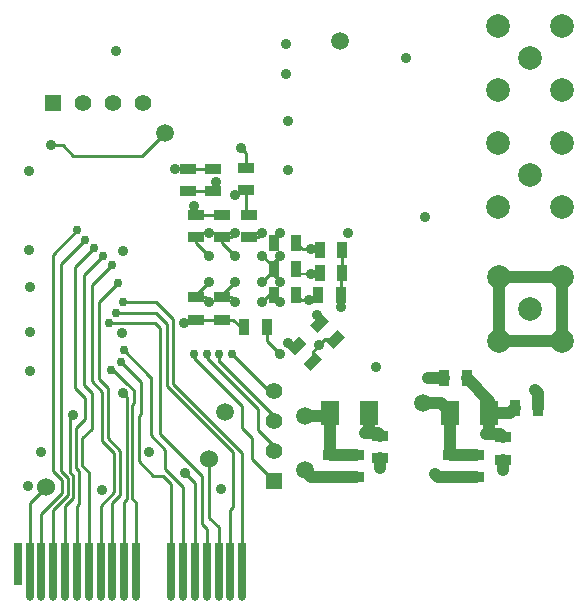
<source format=gbl>
%FSLAX34Y34*%
G04 Gerber Fmt 3.4, Leading zero omitted, Abs format*
G04 (created by PCBNEW (2014-01-02 BZR 4600)-product) date Sun 26 Jan 2014 10:04:54 PM PST*
%MOIN*%
G01*
G70*
G90*
G04 APERTURE LIST*
%ADD10C,0.005906*%
%ADD11R,0.025600X0.141700*%
%ADD12R,0.025600X0.181100*%
%ADD13O,0.025600X0.025600*%
%ADD14R,0.035000X0.055000*%
%ADD15R,0.055000X0.035000*%
%ADD16R,0.060000X0.080000*%
%ADD17R,0.055000X0.055000*%
%ADD18C,0.055000*%
%ADD19C,0.059100*%
%ADD20C,0.060000*%
%ADD21C,0.078700*%
%ADD22C,0.035000*%
%ADD23C,0.029528*%
%ADD24C,0.039370*%
%ADD25C,0.007874*%
%ADD26C,0.009843*%
%ADD27C,0.010000*%
G04 APERTURE END LIST*
G54D10*
G54D11*
X275Y-18582D03*
G54D12*
X669Y-18779D03*
X1062Y-18779D03*
X1456Y-18779D03*
X1850Y-18779D03*
X2243Y-18779D03*
X2637Y-18779D03*
X3031Y-18779D03*
X3424Y-18779D03*
X3818Y-18779D03*
X4212Y-18779D03*
X6180Y-18779D03*
X6574Y-18779D03*
X6968Y-18779D03*
X7361Y-18779D03*
X7755Y-18779D03*
X5393Y-18779D03*
X5787Y-18779D03*
G54D13*
X1456Y-19685D03*
X1850Y-19685D03*
X2243Y-19685D03*
X2637Y-19685D03*
X3031Y-19685D03*
X3424Y-19685D03*
X3818Y-19685D03*
X6180Y-19685D03*
X6574Y-19685D03*
X1062Y-19685D03*
X5787Y-19685D03*
X6968Y-19685D03*
X4212Y-19685D03*
X5393Y-19685D03*
X7361Y-19685D03*
X7755Y-19685D03*
X669Y-19685D03*
G54D14*
X10294Y-9586D03*
X11044Y-9586D03*
G54D15*
X7992Y-6928D03*
X7992Y-7678D03*
X6220Y-6928D03*
X6220Y-7678D03*
X6220Y-10434D03*
X6220Y-9684D03*
G54D14*
X9548Y-9586D03*
X8798Y-9586D03*
G54D15*
X7874Y-6103D03*
X7874Y-5353D03*
X5944Y-6142D03*
X5944Y-5392D03*
X7086Y-10434D03*
X7086Y-9684D03*
G54D14*
X9548Y-8720D03*
X8798Y-8720D03*
X9548Y-7854D03*
X8798Y-7854D03*
G54D15*
X7086Y-6928D03*
X7086Y-7678D03*
G54D14*
X10333Y-8858D03*
X11083Y-8858D03*
X10333Y-8090D03*
X11083Y-8090D03*
G54D15*
X6771Y-6142D03*
X6771Y-5392D03*
X14704Y-15670D03*
X14704Y-14920D03*
X10708Y-15670D03*
X10708Y-14920D03*
X15551Y-15670D03*
X15551Y-14920D03*
X11535Y-15670D03*
X11535Y-14920D03*
G54D16*
X15984Y-13523D03*
X14684Y-13523D03*
X11988Y-13523D03*
X10688Y-13523D03*
G54D10*
G36*
X10007Y-10612D02*
X10396Y-10223D01*
X10643Y-10471D01*
X10254Y-10860D01*
X10007Y-10612D01*
X10007Y-10612D01*
G37*
G36*
X10537Y-11142D02*
X10926Y-10754D01*
X11173Y-11001D01*
X10785Y-11390D01*
X10537Y-11142D01*
X10537Y-11142D01*
G37*
G36*
X9259Y-11360D02*
X9648Y-10971D01*
X9895Y-11219D01*
X9506Y-11608D01*
X9259Y-11360D01*
X9259Y-11360D01*
G37*
G36*
X9789Y-11890D02*
X10178Y-11502D01*
X10425Y-11749D01*
X10036Y-12138D01*
X9789Y-11890D01*
X9789Y-11890D01*
G37*
G54D14*
X15237Y-12381D03*
X14487Y-12381D03*
X16849Y-13366D03*
X17599Y-13366D03*
G54D15*
X16456Y-14349D03*
X16456Y-15099D03*
X12362Y-14290D03*
X12362Y-15040D03*
G54D14*
X7823Y-10679D03*
X8573Y-10679D03*
G54D17*
X8809Y-15801D03*
G54D18*
X8809Y-14801D03*
X8809Y-13801D03*
X8809Y-12801D03*
G54D17*
X1452Y-3218D03*
G54D18*
X2452Y-3218D03*
X3452Y-3218D03*
X4452Y-3218D03*
G54D19*
X5187Y-4192D03*
X9842Y-15452D03*
X9842Y-13641D03*
G54D20*
X1220Y-15994D03*
G54D19*
X7165Y-13503D03*
G54D20*
X6643Y-15078D03*
G54D19*
X11023Y-1131D03*
X13779Y-13208D03*
G54D21*
X17362Y-10059D03*
X18425Y-11122D03*
X18425Y-8996D03*
X16299Y-8996D03*
X16299Y-11122D03*
X17342Y-5610D03*
X18405Y-6673D03*
X18405Y-4547D03*
X16279Y-4547D03*
X16279Y-6673D03*
X17342Y-1712D03*
X18405Y-2775D03*
X18405Y-649D03*
X16279Y-649D03*
X16279Y-2775D03*
G54D22*
X13956Y-12381D03*
X10039Y-8897D03*
X9980Y-9763D03*
X17519Y-12775D03*
X10039Y-8070D03*
X7519Y-6279D03*
X9271Y-5452D03*
X16456Y-15433D03*
X6874Y-5850D03*
X9212Y-1240D03*
X9212Y-2224D03*
X12362Y-15374D03*
X5826Y-10531D03*
X6141Y-6633D03*
X9271Y-3799D03*
X13208Y-1712D03*
X12204Y-11988D03*
X11279Y-7549D03*
X11043Y-10000D03*
X7716Y-4704D03*
X5511Y-5393D03*
X3543Y-1476D03*
X639Y-5472D03*
X3789Y-12883D03*
X2125Y-13602D03*
X3080Y-16102D03*
X7057Y-16053D03*
X5846Y-15521D03*
X3779Y-8120D03*
X659Y-8100D03*
X669Y-9350D03*
X3740Y-10885D03*
X669Y-10846D03*
X669Y-12145D03*
X610Y-15964D03*
X10314Y-11279D03*
X6653Y-9153D03*
X7519Y-9153D03*
X6653Y-8287D03*
X7519Y-8287D03*
X8425Y-8287D03*
X9015Y-8287D03*
X9015Y-9153D03*
X8425Y-9153D03*
X9015Y-9822D03*
X8425Y-9822D03*
X7519Y-9822D03*
X6653Y-9822D03*
X9015Y-7539D03*
X8425Y-7539D03*
X7519Y-7539D03*
X6653Y-7539D03*
X15866Y-14232D03*
X11850Y-14192D03*
X10236Y-10255D03*
X9291Y-11200D03*
X4645Y-14842D03*
X1062Y-14842D03*
G54D23*
X3385Y-12086D03*
X3700Y-11830D03*
X3799Y-11437D03*
X3307Y-10531D03*
X3543Y-10196D03*
X3779Y-9832D03*
X3602Y-9202D03*
X3415Y-8592D03*
X3120Y-8287D03*
X2805Y-8051D03*
X2529Y-7755D03*
X2244Y-7450D03*
G54D22*
X1377Y-4616D03*
X9005Y-11555D03*
G54D23*
X6988Y-11555D03*
X6161Y-11555D03*
X6574Y-11555D03*
X7401Y-11555D03*
G54D22*
X13838Y-6988D03*
X14173Y-15570D03*
G54D24*
X14487Y-12381D02*
X13956Y-12381D01*
G54D25*
X10039Y-8897D02*
X9725Y-8897D01*
X9725Y-8897D02*
X9548Y-8720D01*
G54D26*
X10039Y-8897D02*
X10294Y-8897D01*
X10294Y-8897D02*
X10333Y-8858D01*
X9980Y-9763D02*
X9725Y-9763D01*
X9725Y-9763D02*
X9548Y-9586D01*
X9980Y-9763D02*
X10117Y-9763D01*
X10117Y-9763D02*
X10294Y-9586D01*
G54D24*
X17599Y-13366D02*
X17599Y-12855D01*
X17599Y-12855D02*
X17519Y-12775D01*
G54D26*
X10039Y-8070D02*
X9764Y-8070D01*
X9764Y-8070D02*
X9548Y-7854D01*
X10039Y-8070D02*
X10313Y-8070D01*
X10313Y-8070D02*
X10333Y-8090D01*
X7874Y-6103D02*
X7695Y-6103D01*
X7695Y-6103D02*
X7519Y-6279D01*
G54D24*
X16456Y-15099D02*
X16456Y-15433D01*
G54D27*
X7874Y-6103D02*
X7874Y-6810D01*
X7874Y-6810D02*
X7992Y-6928D01*
G54D26*
X7086Y-6928D02*
X6220Y-6928D01*
X6874Y-5850D02*
X6874Y-6040D01*
X6874Y-6040D02*
X6771Y-6142D01*
X6874Y-6040D02*
X6771Y-6142D01*
X5944Y-6142D02*
X6771Y-6142D01*
G54D24*
X12362Y-15040D02*
X12362Y-15374D01*
G54D26*
X7823Y-10679D02*
X7706Y-10679D01*
X7461Y-10434D02*
X7086Y-10434D01*
X7706Y-10679D02*
X7461Y-10434D01*
G54D27*
X5826Y-10531D02*
X5924Y-10434D01*
X5924Y-10434D02*
X6220Y-10434D01*
X6141Y-6633D02*
X6220Y-6712D01*
X6220Y-6712D02*
X6220Y-6928D01*
X6220Y-10434D02*
X7086Y-10434D01*
G54D24*
X13779Y-13208D02*
X14369Y-13208D01*
X14369Y-13208D02*
X14684Y-13523D01*
G54D26*
X11044Y-9586D02*
X11043Y-10000D01*
X11083Y-8090D02*
X11083Y-8858D01*
X11044Y-9586D02*
X11044Y-8897D01*
X11044Y-8897D02*
X11083Y-8858D01*
X7874Y-5353D02*
X7874Y-4862D01*
X7874Y-4862D02*
X7716Y-4704D01*
X5944Y-5392D02*
X5512Y-5392D01*
X5512Y-5392D02*
X5511Y-5393D01*
X6771Y-5392D02*
X5944Y-5392D01*
G54D24*
X14704Y-14920D02*
X15551Y-14920D01*
X14684Y-13523D02*
X14684Y-14900D01*
X14684Y-14900D02*
X14704Y-14920D01*
X10708Y-14920D02*
X11535Y-14920D01*
X10688Y-13523D02*
X10688Y-14900D01*
X10688Y-14900D02*
X10708Y-14920D01*
X9842Y-13641D02*
X10570Y-13641D01*
X10570Y-13641D02*
X10688Y-13523D01*
G54D26*
X3897Y-14744D02*
X3897Y-12992D01*
X3897Y-12992D02*
X3789Y-12883D01*
X3818Y-18779D02*
X3818Y-16486D01*
X3897Y-16407D02*
X3897Y-14744D01*
X3897Y-14744D02*
X3897Y-14724D01*
X3818Y-16486D02*
X3897Y-16407D01*
X2125Y-15620D02*
X2007Y-15501D01*
X2007Y-13720D02*
X2125Y-13602D01*
X2007Y-15501D02*
X2007Y-13720D01*
X2125Y-16368D02*
X2125Y-15620D01*
X2125Y-15620D02*
X2125Y-15600D01*
X1850Y-16643D02*
X2125Y-16368D01*
X1850Y-18779D02*
X1850Y-16643D01*
X6180Y-18779D02*
X6180Y-15855D01*
X6180Y-15855D02*
X5846Y-15521D01*
G54D27*
X10855Y-11072D02*
X10522Y-11072D01*
X10522Y-11072D02*
X10314Y-11279D01*
X10107Y-11820D02*
X10107Y-11486D01*
X10107Y-11486D02*
X10314Y-11279D01*
X6220Y-9684D02*
X6220Y-9586D01*
X6220Y-9586D02*
X6653Y-9153D01*
X7086Y-9684D02*
X7086Y-9586D01*
X7086Y-9586D02*
X7519Y-9153D01*
X6220Y-7678D02*
X6220Y-7854D01*
X6220Y-7854D02*
X6653Y-8287D01*
X7086Y-7678D02*
X7086Y-7854D01*
X7086Y-7854D02*
X7519Y-8287D01*
X8798Y-8720D02*
X8798Y-8660D01*
X8798Y-8660D02*
X8425Y-8287D01*
X8798Y-8720D02*
X8798Y-8504D01*
X8798Y-8504D02*
X9015Y-8287D01*
X8798Y-8720D02*
X8798Y-8936D01*
X8798Y-8936D02*
X9015Y-9153D01*
X8798Y-8720D02*
X8798Y-8780D01*
X8798Y-8780D02*
X8425Y-9153D01*
X8798Y-9586D02*
X8798Y-9605D01*
X8798Y-9605D02*
X9015Y-9822D01*
X8798Y-9586D02*
X8661Y-9586D01*
X8661Y-9586D02*
X8425Y-9822D01*
X7086Y-9684D02*
X7380Y-9684D01*
X7380Y-9684D02*
X7519Y-9822D01*
X6220Y-9684D02*
X6514Y-9684D01*
X6514Y-9684D02*
X6653Y-9822D01*
X8798Y-7854D02*
X8798Y-7756D01*
X8798Y-7756D02*
X9015Y-7539D01*
X7992Y-7678D02*
X8286Y-7678D01*
X8286Y-7678D02*
X8425Y-7539D01*
X7086Y-7678D02*
X7380Y-7678D01*
X7380Y-7678D02*
X7519Y-7539D01*
G54D24*
X15984Y-13523D02*
X15984Y-13129D01*
X15984Y-13129D02*
X15237Y-12381D01*
X15984Y-13523D02*
X16691Y-13523D01*
X16691Y-13523D02*
X16849Y-13366D01*
X15866Y-14232D02*
X16339Y-14232D01*
X16339Y-14232D02*
X16456Y-14349D01*
X15984Y-14113D02*
X15984Y-13523D01*
X15866Y-14232D02*
X15984Y-14113D01*
X11850Y-14192D02*
X12264Y-14192D01*
X12264Y-14192D02*
X12362Y-14290D01*
X11988Y-14054D02*
X11988Y-13523D01*
X11850Y-14192D02*
X11988Y-14054D01*
G54D27*
X10236Y-10255D02*
X10325Y-10345D01*
X10325Y-10345D02*
X10325Y-10541D01*
X9291Y-11200D02*
X9380Y-11289D01*
X9380Y-11289D02*
X9577Y-11289D01*
G54D26*
X3385Y-12086D02*
X3454Y-12086D01*
X4212Y-16515D02*
X4084Y-16387D01*
X4084Y-16387D02*
X4084Y-13257D01*
X4084Y-13257D02*
X4133Y-13208D01*
X4133Y-13208D02*
X4133Y-12765D01*
X4133Y-12765D02*
X3927Y-12559D01*
X4212Y-16515D02*
X4212Y-18779D01*
X3454Y-12086D02*
X3927Y-12559D01*
X4379Y-12677D02*
X4379Y-12509D01*
X4379Y-12509D02*
X3700Y-11830D01*
X5393Y-18779D02*
X5393Y-15915D01*
X4379Y-13572D02*
X4379Y-12677D01*
X4379Y-12677D02*
X4379Y-12667D01*
X4301Y-13651D02*
X4379Y-13572D01*
X4301Y-15127D02*
X4301Y-13651D01*
X4793Y-15620D02*
X4301Y-15127D01*
X5098Y-15620D02*
X4793Y-15620D01*
X5393Y-15915D02*
X5098Y-15620D01*
X4704Y-12332D02*
X4694Y-12332D01*
X4694Y-12332D02*
X3799Y-11437D01*
X5787Y-18779D02*
X5787Y-16004D01*
X4704Y-14281D02*
X4704Y-12332D01*
X4704Y-12332D02*
X4704Y-12322D01*
X5177Y-14753D02*
X4704Y-14281D01*
X5177Y-15393D02*
X5177Y-14753D01*
X5787Y-16004D02*
X5177Y-15393D01*
X3307Y-10531D02*
X4854Y-10531D01*
X4854Y-10531D02*
X5009Y-10687D01*
X6269Y-15492D02*
X6397Y-15620D01*
X5009Y-14232D02*
X6269Y-15492D01*
X5009Y-13435D02*
X5009Y-14232D01*
X6574Y-17411D02*
X6574Y-18779D01*
X6397Y-17234D02*
X6574Y-17411D01*
X6397Y-15620D02*
X6397Y-17234D01*
X5009Y-10687D02*
X5009Y-13435D01*
X5009Y-13435D02*
X5009Y-13454D01*
X7361Y-18779D02*
X7361Y-16762D01*
X5246Y-12618D02*
X5255Y-12618D01*
X5246Y-12627D02*
X5246Y-12618D01*
X7460Y-14842D02*
X5246Y-12627D01*
X7460Y-16663D02*
X7460Y-14842D01*
X7361Y-16762D02*
X7460Y-16663D01*
X3543Y-10196D02*
X4872Y-10196D01*
X5255Y-10580D02*
X5255Y-12618D01*
X4872Y-10196D02*
X5255Y-10580D01*
X5462Y-10521D02*
X5462Y-10415D01*
X5462Y-10521D02*
X5462Y-12568D01*
X3779Y-9832D02*
X4773Y-9832D01*
X7755Y-14862D02*
X5462Y-12568D01*
X7755Y-14862D02*
X7755Y-18779D01*
X4879Y-9832D02*
X4773Y-9832D01*
X5462Y-10415D02*
X4879Y-9832D01*
X3277Y-14104D02*
X3277Y-12687D01*
X2982Y-9822D02*
X3602Y-9202D01*
X2982Y-12391D02*
X2982Y-9822D01*
X3277Y-12687D02*
X2982Y-12391D01*
X3424Y-18779D02*
X3424Y-16545D01*
X3277Y-14379D02*
X3277Y-14104D01*
X3277Y-14104D02*
X3277Y-14074D01*
X3690Y-14793D02*
X3277Y-14379D01*
X3690Y-16279D02*
X3690Y-14793D01*
X3424Y-16545D02*
X3690Y-16279D01*
X3090Y-14035D02*
X3090Y-12834D01*
X3031Y-16623D02*
X3494Y-16161D01*
X3494Y-16161D02*
X3494Y-14862D01*
X3494Y-14862D02*
X3090Y-14458D01*
X3090Y-14458D02*
X3090Y-14035D01*
X3031Y-16623D02*
X3031Y-18779D01*
X2736Y-9271D02*
X3415Y-8592D01*
X2736Y-12480D02*
X2736Y-9271D01*
X3090Y-12834D02*
X2736Y-12480D01*
X2421Y-15039D02*
X2421Y-14379D01*
X2480Y-8927D02*
X3120Y-8287D01*
X2480Y-12588D02*
X2480Y-8927D01*
X2746Y-12854D02*
X2480Y-12588D01*
X2746Y-14055D02*
X2746Y-12854D01*
X2421Y-14379D02*
X2746Y-14055D01*
X2637Y-18779D02*
X2637Y-15511D01*
X2421Y-15295D02*
X2421Y-15039D01*
X2421Y-15039D02*
X2421Y-14990D01*
X2637Y-15511D02*
X2421Y-15295D01*
X2500Y-13523D02*
X2500Y-13021D01*
X2204Y-14035D02*
X2204Y-14655D01*
X2204Y-14035D02*
X2500Y-13740D01*
X2500Y-13740D02*
X2500Y-13523D01*
X2175Y-8681D02*
X2805Y-8051D01*
X2175Y-12696D02*
X2175Y-8681D01*
X2500Y-13021D02*
X2175Y-12696D01*
X2312Y-15511D02*
X2312Y-15472D01*
X2243Y-16644D02*
X2312Y-16574D01*
X2312Y-16574D02*
X2312Y-15511D01*
X2243Y-18779D02*
X2243Y-16644D01*
X2204Y-15364D02*
X2204Y-14655D01*
X2204Y-14655D02*
X2204Y-14645D01*
X2312Y-15472D02*
X2204Y-15364D01*
X1707Y-15457D02*
X1707Y-8577D01*
X1707Y-8577D02*
X2529Y-7755D01*
X1456Y-18779D02*
X1456Y-16761D01*
X1938Y-15688D02*
X1707Y-15457D01*
X1707Y-15457D02*
X1702Y-15452D01*
X1938Y-16279D02*
X1938Y-15688D01*
X1456Y-16761D02*
X1938Y-16279D01*
X1437Y-15462D02*
X1437Y-8257D01*
X1062Y-16890D02*
X1742Y-16210D01*
X1742Y-16210D02*
X1742Y-15767D01*
X1742Y-15767D02*
X1437Y-15462D01*
X1062Y-16890D02*
X1062Y-18779D01*
X1437Y-8257D02*
X2244Y-7450D01*
X1377Y-4616D02*
X1781Y-4616D01*
X4419Y-4960D02*
X5187Y-4192D01*
X2125Y-4960D02*
X4419Y-4960D01*
X1781Y-4616D02*
X2125Y-4960D01*
X6643Y-15501D02*
X6643Y-15078D01*
X6643Y-15462D02*
X6643Y-15501D01*
X6643Y-15501D02*
X6643Y-17027D01*
X6968Y-17352D02*
X6643Y-17027D01*
X6968Y-17352D02*
X6968Y-18779D01*
X669Y-18779D02*
X669Y-16544D01*
X669Y-16544D02*
X1220Y-15994D01*
G54D24*
X18425Y-8996D02*
X16299Y-8996D01*
X16299Y-8996D02*
X16299Y-11122D01*
X16299Y-11122D02*
X18425Y-11122D01*
X18425Y-11122D02*
X18425Y-8996D01*
G54D26*
X8573Y-11123D02*
X8573Y-10679D01*
X9005Y-11555D02*
X8573Y-11123D01*
X8809Y-13801D02*
X8809Y-13631D01*
X6988Y-11830D02*
X6988Y-11555D01*
X7007Y-11830D02*
X6988Y-11830D01*
X8809Y-13631D02*
X7007Y-11830D01*
X8809Y-13801D02*
X8809Y-13651D01*
X6988Y-11555D02*
X6988Y-11653D01*
X8809Y-15801D02*
X8809Y-15797D01*
X6161Y-11712D02*
X6161Y-11555D01*
X7736Y-13287D02*
X6161Y-11712D01*
X7736Y-14035D02*
X7736Y-13287D01*
X8070Y-14370D02*
X7736Y-14035D01*
X8070Y-15059D02*
X8070Y-14370D01*
X8809Y-15797D02*
X8070Y-15059D01*
X8809Y-14801D02*
X8809Y-14635D01*
X6574Y-11712D02*
X6574Y-11555D01*
X8267Y-13405D02*
X6574Y-11712D01*
X8267Y-14094D02*
X8267Y-13405D01*
X8809Y-14635D02*
X8267Y-14094D01*
X8809Y-12801D02*
X8647Y-12801D01*
X8647Y-12801D02*
X7401Y-11555D01*
G54D24*
X14704Y-15670D02*
X15551Y-15670D01*
X14173Y-15570D02*
X14272Y-15670D01*
X14272Y-15670D02*
X14704Y-15670D01*
X10708Y-15670D02*
X10060Y-15670D01*
X10060Y-15670D02*
X9842Y-15452D01*
X11535Y-15670D02*
X10708Y-15670D01*
M02*

</source>
